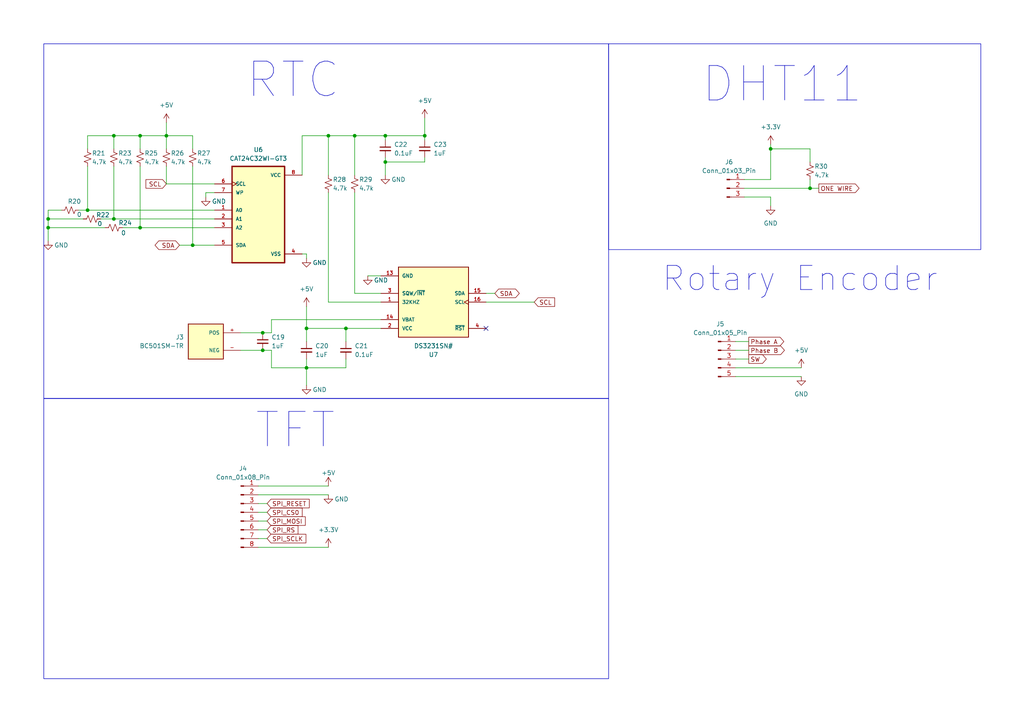
<source format=kicad_sch>
(kicad_sch (version 20230121) (generator eeschema)
  (paper "A4")
  (lib_symbols
    (symbol "BC501SM-TR:BC501SM-TR" (pin_names (offset 1.016))
      (property "Reference" "J" (at -5.08 5.08 0))
      (property "Value" "BC501SM-TR" (at -5.08 -7.62 0))
      (symbol "BC501SM-TR_0_0"
        (rectangle (start -5.08 -5.08) (end 5.08 5.08) (stroke (width 0.254)) (fill (type background)))
        (pin passive line (at -10.16 2.54 0) (length 5.08) (name "POS") (number "+"))
        (pin passive line (at -10.16 -2.54 0) (length 5.08) (name "NEG") (number "-"))
      )
    )
    (symbol "CAT24C32WI-GT3:CAT24C32WI-GT3" (pin_names (offset 1.016))
      (property "Reference" "U" (at -7.6205 12.7008 0))
      (property "Value" "CAT24C32WI-GT3" (at -7.5948 -17.755 0))
      (symbol "CAT24C32WI-GT3_0_0"
        (rectangle (start -7.62 -15.24) (end 7.62 12.7) (stroke (width 0.4064)) (fill (type background)))
        (pin input line (at -12.7 0 0) (length 5.08) (name "A0") (number "1"))
        (pin input line (at -12.7 -2.54 0) (length 5.08) (name "A1") (number "2"))
        (pin input line (at -12.7 -5.08 0) (length 5.08) (name "A2") (number "3"))
        (pin passive line (at 12.7 -12.7 180) (length 5.08) (name "VSS") (number "4"))
        (pin bidirectional line (at -12.7 -10.16 0) (length 5.08) (name "SDA") (number "5"))
        (pin input clock (at -12.7 7.62 0) (length 5.08) (name "SCL") (number "6"))
        (pin input line (at -12.7 5.08 0) (length 5.08) (name "WP") (number "7"))
        (pin power_in line (at 12.7 10.16 180) (length 5.08) (name "VCC") (number "8"))
      )
    )
    (symbol "Connector:Conn_01x03_Pin" (pin_names (offset 1.016) hide)
      (property "Reference" "J" (at 0 5.08 0))
      (property "Value" "Conn_01x03_Pin" (at 0 -5.08 0))
      (symbol "Conn_01x03_Pin_1_1"
        (polyline (pts (xy 1.27 -2.54) (xy 0.8636 -2.54)) (stroke (width 0.1524)))
        (polyline (pts (xy 1.27 0) (xy 0.8636 0)) (stroke (width 0.1524)))
        (polyline (pts (xy 1.27 2.54) (xy 0.8636 2.54)) (stroke (width 0.1524)))
        (rectangle (start 0.8636 -2.413) (end 0 -2.667) (stroke (width 0.1524)) (fill (type outline)))
        (rectangle (start 0.8636 0.127) (end 0 -0.127) (stroke (width 0.1524)) (fill (type outline)))
        (rectangle (start 0.8636 2.667) (end 0 2.413) (stroke (width 0.1524)) (fill (type outline)))
        (pin passive line (at 5.08 2.54 180) (length 3.81) (name "Pin_1") (number "1"))
        (pin passive line (at 5.08 0 180) (length 3.81) (name "Pin_2") (number "2"))
        (pin passive line (at 5.08 -2.54 180) (length 3.81) (name "Pin_3") (number "3"))
      )
    )
    (symbol "Connector:Conn_01x05_Pin" (pin_names (offset 1.016) hide)
      (property "Reference" "J" (at 0 7.62 0))
      (property "Value" "Conn_01x05_Pin" (at 0 -7.62 0))
      (symbol "Conn_01x05_Pin_1_1"
        (polyline (pts (xy 1.27 -5.08) (xy 0.8636 -5.08)) (stroke (width 0.1524)))
        (polyline (pts (xy 1.27 -2.54) (xy 0.8636 -2.54)) (stroke (width 0.1524)))
        (polyline (pts (xy 1.27 0) (xy 0.8636 0)) (stroke (width 0.1524)))
        (polyline (pts (xy 1.27 2.54) (xy 0.8636 2.54)) (stroke (width 0.1524)))
        (polyline (pts (xy 1.27 5.08) (xy 0.8636 5.08)) (stroke (width 0.1524)))
        (rectangle (start 0.8636 -4.953) (end 0 -5.207) (stroke (width 0.1524)) (fill (type outline)))
        (rectangle (start 0.8636 -2.413) (end 0 -2.667) (stroke (width 0.1524)) (fill (type outline)))
        (rectangle (start 0.8636 0.127) (end 0 -0.127) (stroke (width 0.1524)) (fill (type outline)))
        (rectangle (start 0.8636 2.667) (end 0 2.413) (stroke (width 0.1524)) (fill (type outline)))
        (rectangle (start 0.8636 5.207) (end 0 4.953) (stroke (width 0.1524)) (fill (type outline)))
        (pin passive line (at 5.08 5.08 180) (length 3.81) (name "Pin_1") (number "1"))
        (pin passive line (at 5.08 2.54 180) (length 3.81) (name "Pin_2") (number "2"))
        (pin passive line (at 5.08 0 180) (length 3.81) (name "Pin_3") (number "3"))
        (pin passive line (at 5.08 -2.54 180) (length 3.81) (name "Pin_4") (number "4"))
        (pin passive line (at 5.08 -5.08 180) (length 3.81) (name "Pin_5") (number "5"))
      )
    )
    (symbol "Connector:Conn_01x08_Pin" (pin_names (offset 1.016) hide)
      (property "Reference" "J" (at 0 10.16 0))
      (property "Value" "Conn_01x08_Pin" (at 0 -12.7 0))
      (symbol "Conn_01x08_Pin_1_1"
        (polyline (pts (xy 1.27 -10.16) (xy 0.8636 -10.16)) (stroke (width 0.1524)))
        (polyline (pts (xy 1.27 -7.62) (xy 0.8636 -7.62)) (stroke (width 0.1524)))
        (polyline (pts (xy 1.27 -5.08) (xy 0.8636 -5.08)) (stroke (width 0.1524)))
        (polyline (pts (xy 1.27 -2.54) (xy 0.8636 -2.54)) (stroke (width 0.1524)))
        (polyline (pts (xy 1.27 0) (xy 0.8636 0)) (stroke (width 0.1524)))
        (polyline (pts (xy 1.27 2.54) (xy 0.8636 2.54)) (stroke (width 0.1524)))
        (polyline (pts (xy 1.27 5.08) (xy 0.8636 5.08)) (stroke (width 0.1524)))
        (polyline (pts (xy 1.27 7.62) (xy 0.8636 7.62)) (stroke (width 0.1524)))
        (rectangle (start 0.8636 -10.033) (end 0 -10.287) (stroke (width 0.1524)) (fill (type outline)))
        (rectangle (start 0.8636 -7.493) (end 0 -7.747) (stroke (width 0.1524)) (fill (type outline)))
        (rectangle (start 0.8636 -4.953) (end 0 -5.207) (stroke (width 0.1524)) (fill (type outline)))
        (rectangle (start 0.8636 -2.413) (end 0 -2.667) (stroke (width 0.1524)) (fill (type outline)))
        (rectangle (start 0.8636 0.127) (end 0 -0.127) (stroke (width 0.1524)) (fill (type outline)))
        (rectangle (start 0.8636 2.667) (end 0 2.413) (stroke (width 0.1524)) (fill (type outline)))
        (rectangle (start 0.8636 5.207) (end 0 4.953) (stroke (width 0.1524)) (fill (type outline)))
        (rectangle (start 0.8636 7.747) (end 0 7.493) (stroke (width 0.1524)) (fill (type outline)))
        (pin passive line (at 5.08 7.62 180) (length 3.81) (name "Pin_1") (number "1"))
        (pin passive line (at 5.08 5.08 180) (length 3.81) (name "Pin_2") (number "2"))
        (pin passive line (at 5.08 2.54 180) (length 3.81) (name "Pin_3") (number "3"))
        (pin passive line (at 5.08 0 180) (length 3.81) (name "Pin_4") (number "4"))
        (pin passive line (at 5.08 -2.54 180) (length 3.81) (name "Pin_5") (number "5"))
        (pin passive line (at 5.08 -5.08 180) (length 3.81) (name "Pin_6") (number "6"))
        (pin passive line (at 5.08 -7.62 180) (length 3.81) (name "Pin_7") (number "7"))
        (pin passive line (at 5.08 -10.16 180) (length 3.81) (name "Pin_8") (number "8"))
      )
    )
    (symbol "DS3231SN_:DS3231SN#" (pin_names (offset 1.016))
      (property "Reference" "U" (at -9.9423 11.2169 0))
      (property "Value" "DS3231SN#" (at -10.1746 -12.7182 0))
      (symbol "DS3231SN#_0_0"
        (rectangle (start -10.16 -10.16) (end 10.16 10.16) (stroke (width 0.254)) (fill (type background)))
        (pin output line (at 15.24 0 180) (length 5.08) (name "32KHZ") (number "1"))
        (pin power_in line (at 15.24 -7.62 180) (length 5.08) (name "GND") (number "13"))
        (pin power_in line (at 15.24 5.08 180) (length 5.08) (name "VBAT") (number "14"))
        (pin bidirectional line (at -15.24 -2.54 0) (length 5.08) (name "SDA") (number "15"))
        (pin input clock (at -15.24 0 0) (length 5.08) (name "SCL") (number "16"))
        (pin power_in line (at 15.24 7.62 180) (length 5.08) (name "VCC") (number "2"))
        (pin output line (at 15.24 -2.54 180) (length 5.08) (name "SQW/~{INT}") (number "3"))
        (pin input line (at -15.24 7.62 0) (length 5.08) (name "~{RST}") (number "4"))
      )
    )
    (symbol "Device:C_Small" (pin_numbers hide) (pin_names (offset 0.254) hide)
      (property "Reference" "C" (at 0.254 1.778 0))
      (property "Value" "C_Small" (at 0.254 -2.032 0))
      (symbol "C_Small_0_1"
        (polyline (pts (xy -1.524 -0.508) (xy 1.524 -0.508)) (stroke (width 0.3302)))
        (polyline (pts (xy -1.524 0.508) (xy 1.524 0.508)) (stroke (width 0.3048)))
      )
      (symbol "C_Small_1_1"
        (pin passive line (at 0 2.54 270) (length 2.032) (name "~") (number "1"))
        (pin passive line (at 0 -2.54 90) (length 2.032) (name "~") (number "2"))
      )
    )
    (symbol "Device:R_Small_US" (pin_numbers hide) (pin_names (offset 0.254) hide)
      (property "Reference" "R" (at 0.762 0.508 0))
      (property "Value" "R_Small_US" (at 0.762 -1.016 0))
      (symbol "R_Small_US_1_1"
        (polyline (pts (xy 0 0) (xy 1.016 -0.381) (xy 0 -0.762) (xy -1.016 -1.143) (xy 0 -1.524)))
        (polyline (pts (xy 0 1.524) (xy 1.016 1.143) (xy 0 0.762) (xy -1.016 0.381) (xy 0 0)))
        (pin passive line (at 0 2.54 270) (length 1.016) (name "~") (number "1"))
        (pin passive line (at 0 -2.54 90) (length 1.016) (name "~") (number "2"))
      )
    )
    (symbol "power:+3.3V" (power) (pin_names (offset 0))
      (property "Value" "+3.3V" (at 0 3.556 0))
      (symbol "+3.3V_0_1"
        (polyline (pts (xy -0.762 1.27) (xy 0 2.54)))
        (polyline (pts (xy 0 0) (xy 0 2.54)))
        (polyline (pts (xy 0 2.54) (xy 0.762 1.27)))
      )
      (symbol "+3.3V_1_1"
        (pin power_in line (at 0 0 90) (length 0) hide (name "+3.3V") (number "1"))
      )
    )
    (symbol "power:+5V" (power) (pin_names (offset 0))
      (property "Value" "+5V" (at 0 3.556 0))
      (symbol "+5V_0_1"
        (polyline (pts (xy -0.762 1.27) (xy 0 2.54)))
        (polyline (pts (xy 0 0) (xy 0 2.54)))
        (polyline (pts (xy 0 2.54) (xy 0.762 1.27)))
      )
      (symbol "+5V_1_1"
        (pin power_in line (at 0 0 90) (length 0) hide (name "+5V") (number "1"))
      )
    )
    (symbol "power:GND" (power) (pin_names (offset 0))
      (property "Value" "GND" (at 0 -3.81 0))
      (symbol "GND_0_1"
        (polyline (pts (xy 0 0) (xy 0 -1.27) (xy 1.27 -1.27) (xy 0 -2.54) (xy -1.27 -1.27) (xy 0 -1.27)))
      )
      (symbol "GND_1_1"
        (pin power_in line (at 0 0 270) (length 0) hide (name "GND") (number "1"))
      )
    )
  )
  (junction (at 33.02 63.5))
  (junction (at 33.02 39.37))
  (junction (at 13.97 63.5))
  (junction (at 223.52 43.18))
  (junction (at 95.25 39.37))
  (junction (at 40.64 39.37))
  (junction (at 13.97 66.04))
  (junction (at 102.87 39.37))
  (junction (at 88.9 106.68))
  (junction (at 48.26 39.37))
  (junction (at 76.2 96.52))
  (junction (at 123.19 39.37))
  (junction (at 111.76 39.37))
  (junction (at 40.64 66.04))
  (junction (at 111.76 46.99))
  (junction (at 55.88 71.12))
  (junction (at 234.95 54.61))
  (junction (at 25.4 60.96))
  (junction (at 100.33 95.25))
  (junction (at 76.2 101.6))
  (junction (at 88.9 95.25))
  (no_connect (at 140.97 95.25))
  (wire (pts (xy 78.74 106.68) (xy 88.9 106.68)))
  (wire (pts (xy 88.9 104.14) (xy 88.9 106.68)))
  (wire (pts (xy 100.33 95.25) (xy 110.49 95.25)))
  (wire (pts (xy 74.93 158.75) (xy 95.25 158.75)))
  (wire (pts (xy 102.87 39.37) (xy 111.76 39.37)))
  (wire (pts (xy 40.64 48.26) (xy 40.64 66.04)))
  (wire (pts (xy 62.23 55.88) (xy 59.69 55.88)))
  (wire (pts (xy 78.74 101.6) (xy 78.74 106.68)))
  (wire (pts (xy 13.97 66.04) (xy 13.97 69.85)))
  (wire (pts (xy 33.02 63.5) (xy 62.23 63.5)))
  (wire (pts (xy 74.93 146.05) (xy 77.47 146.05)))
  (wire (pts (xy 140.97 85.09) (xy 143.51 85.09)))
  (wire (pts (xy 48.26 43.18) (xy 48.26 39.37)))
  (wire (pts (xy 213.36 99.06) (xy 217.17 99.06)))
  (wire (pts (xy 25.4 60.96) (xy 25.4 48.26)))
  (wire (pts (xy 78.74 96.52) (xy 78.74 92.71)))
  (wire (pts (xy 13.97 63.5) (xy 24.13 63.5)))
  (wire (pts (xy 76.2 96.52) (xy 78.74 96.52)))
  (wire (pts (xy 87.63 73.66) (xy 88.9 73.66)))
  (wire (pts (xy 40.64 39.37) (xy 48.26 39.37)))
  (wire (pts (xy 74.93 153.67) (xy 77.47 153.67)))
  (wire (pts (xy 13.97 63.5) (xy 13.97 66.04)))
  (wire (pts (xy 48.26 53.34) (xy 62.23 53.34)))
  (wire (pts (xy 100.33 95.25) (xy 100.33 99.06)))
  (wire (pts (xy 55.88 43.18) (xy 55.88 39.37)))
  (wire (pts (xy 69.85 96.52) (xy 76.2 96.52)))
  (wire (pts (xy 74.93 148.59) (xy 77.47 148.59)))
  (wire (pts (xy 40.64 39.37) (xy 40.64 43.18)))
  (wire (pts (xy 48.26 35.56) (xy 48.26 39.37)))
  (wire (pts (xy 25.4 60.96) (xy 62.23 60.96)))
  (wire (pts (xy 213.36 106.68) (xy 232.41 106.68)))
  (wire (pts (xy 140.97 87.63) (xy 154.94 87.63)))
  (wire (pts (xy 213.36 101.6) (xy 217.17 101.6)))
  (wire (pts (xy 223.52 57.15) (xy 223.52 59.69)))
  (wire (pts (xy 88.9 88.9) (xy 88.9 95.25)))
  (wire (pts (xy 33.02 39.37) (xy 25.4 39.37)))
  (wire (pts (xy 234.95 54.61) (xy 234.95 52.07)))
  (wire (pts (xy 88.9 73.66) (xy 88.9 74.93)))
  (wire (pts (xy 95.25 87.63) (xy 110.49 87.63)))
  (wire (pts (xy 102.87 55.88) (xy 102.87 85.09)))
  (wire (pts (xy 215.9 54.61) (xy 234.95 54.61)))
  (wire (pts (xy 88.9 95.25) (xy 100.33 95.25)))
  (wire (pts (xy 33.02 39.37) (xy 33.02 43.18)))
  (wire (pts (xy 22.86 60.96) (xy 25.4 60.96)))
  (wire (pts (xy 78.74 92.71) (xy 110.49 92.71)))
  (wire (pts (xy 111.76 46.99) (xy 123.19 46.99)))
  (wire (pts (xy 69.85 101.6) (xy 76.2 101.6)))
  (wire (pts (xy 234.95 54.61) (xy 237.49 54.61)))
  (wire (pts (xy 100.33 104.14) (xy 100.33 106.68)))
  (wire (pts (xy 234.95 46.99) (xy 234.95 43.18)))
  (wire (pts (xy 40.64 66.04) (xy 62.23 66.04)))
  (wire (pts (xy 13.97 66.04) (xy 30.48 66.04)))
  (wire (pts (xy 55.88 71.12) (xy 62.23 71.12)))
  (wire (pts (xy 13.97 60.96) (xy 13.97 63.5)))
  (wire (pts (xy 33.02 48.26) (xy 33.02 63.5)))
  (wire (pts (xy 88.9 95.25) (xy 88.9 99.06)))
  (wire (pts (xy 123.19 40.64) (xy 123.19 39.37)))
  (wire (pts (xy 76.2 101.6) (xy 78.74 101.6)))
  (wire (pts (xy 55.88 48.26) (xy 55.88 71.12)))
  (wire (pts (xy 95.25 39.37) (xy 95.25 50.8)))
  (wire (pts (xy 123.19 45.72) (xy 123.19 46.99)))
  (wire (pts (xy 234.95 43.18) (xy 223.52 43.18)))
  (wire (pts (xy 52.07 71.12) (xy 55.88 71.12)))
  (wire (pts (xy 25.4 43.18) (xy 25.4 39.37)))
  (wire (pts (xy 87.63 39.37) (xy 87.63 50.8)))
  (wire (pts (xy 215.9 57.15) (xy 223.52 57.15)))
  (wire (pts (xy 215.9 52.07) (xy 223.52 52.07)))
  (wire (pts (xy 111.76 45.72) (xy 111.76 46.99)))
  (wire (pts (xy 123.19 34.29) (xy 123.19 39.37)))
  (wire (pts (xy 48.26 39.37) (xy 55.88 39.37)))
  (wire (pts (xy 74.93 156.21) (xy 77.47 156.21)))
  (wire (pts (xy 95.25 39.37) (xy 102.87 39.37)))
  (wire (pts (xy 106.68 80.01) (xy 110.49 80.01)))
  (wire (pts (xy 102.87 85.09) (xy 110.49 85.09)))
  (wire (pts (xy 102.87 50.8) (xy 102.87 39.37)))
  (wire (pts (xy 74.93 151.13) (xy 77.47 151.13)))
  (wire (pts (xy 88.9 106.68) (xy 88.9 111.76)))
  (wire (pts (xy 111.76 40.64) (xy 111.76 39.37)))
  (wire (pts (xy 223.52 41.91) (xy 223.52 43.18)))
  (wire (pts (xy 213.36 109.22) (xy 232.41 109.22)))
  (wire (pts (xy 88.9 106.68) (xy 100.33 106.68)))
  (wire (pts (xy 87.63 39.37) (xy 95.25 39.37)))
  (wire (pts (xy 17.78 60.96) (xy 13.97 60.96)))
  (wire (pts (xy 111.76 39.37) (xy 123.19 39.37)))
  (wire (pts (xy 223.52 43.18) (xy 223.52 52.07)))
  (wire (pts (xy 29.21 63.5) (xy 33.02 63.5)))
  (wire (pts (xy 48.26 48.26) (xy 48.26 53.34)))
  (wire (pts (xy 59.69 55.88) (xy 59.69 57.15)))
  (wire (pts (xy 35.56 66.04) (xy 40.64 66.04)))
  (wire (pts (xy 95.25 55.88) (xy 95.25 87.63)))
  (wire (pts (xy 213.36 104.14) (xy 217.17 104.14)))
  (wire (pts (xy 111.76 46.99) (xy 111.76 50.8)))
  (wire (pts (xy 74.93 140.97) (xy 95.25 140.97)))
  (wire (pts (xy 74.93 143.51) (xy 95.25 143.51)))
  (wire (pts (xy 33.02 39.37) (xy 40.64 39.37)))
  (rectangle (start 176.53 12.7) (end 284.48 72.39))
  (rectangle (start 12.7 115.57) (end 176.53 196.85))
  (rectangle (start 12.7 12.7) (end 176.53 115.57))
  (text "TFT\n" (at 73.66 130.81 0) (effects (font (size 10 10)) (justify left bottom)))
  (text "DHT11\n" (at 203.2 30.48 0) (effects (font (size 10 10)) (justify left bottom)))
  (text "RTC" (at 71.12 29.21 0) (effects (font (size 10 10)) (justify left bottom)))
  (text "Rotary Encoder\n" (at 191.77 85.09 0) (effects (font (size 7 7)) (justify left bottom)))
  (global_label "SPI_CS0" (shape input) (at 77.47 148.59 0) (property "Intersheetrefs" "${INTERSHEET_REFS}" (effects hide)))
  (global_label "SDA" (shape bidirectional) (at 143.51 85.09 0) (property "Intersheetrefs" "${INTERSHEET_REFS}" (effects hide)))
  (global_label "ONE WIRE" (shape output) (at 237.49 54.61 0) (property "Intersheetrefs" "${INTERSHEET_REFS}" (effects hide)))
  (global_label "SPI_SCLK" (shape input) (at 77.47 156.21 0) (property "Intersheetrefs" "${INTERSHEET_REFS}" (effects hide)))
  (global_label "SPI_RS" (shape input) (at 77.47 153.67 0) (property "Intersheetrefs" "${INTERSHEET_REFS}" (effects hide)))
  (global_label "SPI_MOSI" (shape input) (at 77.47 151.13 0) (property "Intersheetrefs" "${INTERSHEET_REFS}" (effects hide)))
  (global_label "SW" (shape output) (at 217.17 104.14 0) (property "Intersheetrefs" "${INTERSHEET_REFS}" (effects hide)))
  (global_label "Phase A" (shape output) (at 217.17 99.06 0) (property "Intersheetrefs" "${INTERSHEET_REFS}" (effects hide)))
  (global_label "SPI_RESET" (shape input) (at 77.47 146.05 0) (property "Intersheetrefs" "${INTERSHEET_REFS}" (effects hide)))
  (global_label "SCL" (shape input) (at 154.94 87.63 0) (property "Intersheetrefs" "${INTERSHEET_REFS}" (effects hide)))
  (global_label "Phase B" (shape output) (at 217.17 101.6 0) (property "Intersheetrefs" "${INTERSHEET_REFS}" (effects hide)))
  (global_label "SCL" (shape input) (at 48.26 53.34 180) (property "Intersheetrefs" "${INTERSHEET_REFS}" (effects hide)))
  (global_label "SDA" (shape bidirectional) (at 52.07 71.12 180) (property "Intersheetrefs" "${INTERSHEET_REFS}" (effects hide)))
  (symbol (lib_id "power:GND") (at 111.76 50.8 0) (unit 1)
    (property "Reference" "#PWR048" (effects hide))
    (property "Value" "GND" (at 115.57 52.07 0))
  )
  (symbol (lib_id "Device:R_Small_US") (at 95.25 53.34 0) (unit 1)
    (property "Reference" "R28" (at 96.52 52.07 0) (effects (justify left)))
    (property "Value" "4.7k" (at 96.52 54.61 0) (effects (justify left)))
    (property "Footprint" "Resistor_SMD:R_0805_2012Metric_Pad1.20x1.40mm_HandSolder" (effects hide))
  )
  (symbol (lib_id "Device:C_Small") (at 123.19 43.18 0) (unit 1)
    (property "Reference" "C23" (at 125.73 41.9163 0) (effects (justify left)))
    (property "Value" "1uF" (at 125.73 44.4563 0) (effects (justify left)))
    (property "Footprint" "Capacitor_SMD:C_0805_2012Metric_Pad1.18x1.45mm_HandSolder" (effects hide))
  )
  (symbol (lib_id "power:+3.3V") (at 223.52 41.91 0) (unit 1)
    (property "Reference" "#PWR050" (effects hide))
    (property "Value" "+3.3V" (at 223.52 36.83 0))
  )
  (symbol (lib_id "Device:R_Small_US") (at 25.4 45.72 0) (unit 1)
    (property "Reference" "R21" (at 26.67 44.45 0) (effects (justify left)))
    (property "Value" "4.7k" (at 26.67 46.99 0) (effects (justify left)))
    (property "Footprint" "Resistor_SMD:R_0805_2012Metric_Pad1.20x1.40mm_HandSolder" (effects hide))
  )
  (symbol (lib_id "Device:R_Small_US") (at 234.95 49.53 0) (unit 1)
    (property "Reference" "R30" (at 236.22 48.26 0) (effects (justify left)))
    (property "Value" "4.7k" (at 236.22 50.8 0) (effects (justify left)))
    (property "Footprint" "Resistor_SMD:R_0805_2012Metric_Pad1.20x1.40mm_HandSolder" (effects hide))
  )
  (symbol (lib_id "power:GND") (at 95.25 143.51 0) (unit 1)
    (property "Reference" "#PWR045" (effects hide))
    (property "Value" "GND" (at 99.06 144.78 0))
  )
  (symbol (lib_id "power:+5V") (at 95.25 140.97 0) (unit 1)
    (property "Reference" "#PWR044" (effects hide))
    (property "Value" "+5V" (at 95.25 137.16 0))
  )
  (symbol (lib_id "Device:R_Small_US") (at 33.02 66.04 90) (unit 1)
    (property "Reference" "R24" (at 36.322 64.643 90))
    (property "Value" "0" (at 35.814 67.564 90))
    (property "Footprint" "Resistor_SMD:R_0805_2012Metric_Pad1.20x1.40mm_HandSolder" (effects hide))
  )
  (symbol (lib_id "power:GND") (at 88.9 111.76 0) (unit 1)
    (property "Reference" "#PWR043" (effects hide))
    (property "Value" "GND" (at 92.71 113.03 0))
  )
  (symbol (lib_id "power:+5V") (at 48.26 35.56 0) (unit 1)
    (property "Reference" "#PWR039" (effects hide))
    (property "Value" "+5V" (at 48.26 30.48 0))
  )
  (symbol (lib_id "power:GND") (at 13.97 69.85 0) (unit 1)
    (property "Reference" "#PWR038" (effects hide))
    (property "Value" "GND" (at 17.78 71.12 0))
  )
  (symbol (lib_id "power:+5V") (at 232.41 106.68 0) (unit 1)
    (property "Reference" "#PWR052" (effects hide))
    (property "Value" "+5V" (at 232.41 101.6 0))
  )
  (symbol (lib_id "Device:R_Small_US") (at 26.67 63.5 90) (unit 1)
    (property "Reference" "R22" (at 29.845 62.357 90))
    (property "Value" "0" (at 28.956 64.897 90))
    (property "Footprint" "Resistor_SMD:R_0805_2012Metric_Pad1.20x1.40mm_HandSolder" (effects hide))
  )
  (symbol (lib_id "power:GND") (at 88.9 74.93 0) (unit 1)
    (property "Reference" "#PWR041" (effects hide))
    (property "Value" "GND" (at 92.71 76.2 0))
  )
  (symbol (lib_id "power:GND") (at 59.69 57.15 0) (unit 1)
    (property "Reference" "#PWR040" (effects hide))
    (property "Value" "GND" (at 63.5 58.42 0))
  )
  (symbol (lib_id "DS3231SN_:DS3231SN#") (at 125.73 87.63 180) (unit 1)
    (property "Reference" "U7" (at 125.73 102.87 0))
    (property "Value" "DS3231SN#" (at 125.73 100.33 0))
    (property "Footprint" "DS3231SN:DS3231SN" (effects hide))
    (property "MANUFACTURER" "Maxim Intergrated" (effects hide))
  )
  (symbol (lib_id "Connector:Conn_01x08_Pin") (at 69.85 148.59 0) (unit 1)
    (property "Reference" "J4" (at 70.485 135.89 0))
    (property "Value" "Conn_01x08_Pin" (at 70.485 138.43 0))
    (property "Footprint" "Connector_PinHeader_2.54mm:PinHeader_1x08_P2.54mm_Vertical" (effects hide))
  )
  (symbol (lib_id "Device:R_Small_US") (at 102.87 53.34 0) (unit 1)
    (property "Reference" "R29" (at 104.14 52.07 0) (effects (justify left)))
    (property "Value" "4.7k" (at 104.14 54.61 0) (effects (justify left)))
    (property "Footprint" "Resistor_SMD:R_0805_2012Metric_Pad1.20x1.40mm_HandSolder" (effects hide))
  )
  (symbol (lib_id "power:GND") (at 232.41 109.22 0) (unit 1)
    (property "Reference" "#PWR053" (effects hide))
    (property "Value" "GND" (at 232.41 114.3 0))
  )
  (symbol (lib_id "Device:R_Small_US") (at 55.88 45.72 0) (unit 1)
    (property "Reference" "R27" (at 57.15 44.45 0) (effects (justify left)))
    (property "Value" "4.7k" (at 57.15 46.99 0) (effects (justify left)))
    (property "Footprint" "Resistor_SMD:R_0805_2012Metric_Pad1.20x1.40mm_HandSolder" (effects hide))
  )
  (symbol (lib_id "Connector:Conn_01x03_Pin") (at 210.82 54.61 0) (unit 1)
    (property "Reference" "J6" (at 211.455 46.99 0))
    (property "Value" "Conn_01x03_Pin" (at 211.455 49.53 0))
    (property "Footprint" "Connector_PinHeader_2.54mm:PinHeader_1x03_P2.54mm_Vertical" (effects hide))
  )
  (symbol (lib_id "power:+5V") (at 123.19 34.29 0) (unit 1)
    (property "Reference" "#PWR049" (effects hide))
    (property "Value" "+5V" (at 123.19 29.21 0))
  )
  (symbol (lib_id "Device:R_Small_US") (at 48.26 45.72 0) (unit 1)
    (property "Reference" "R26" (at 49.53 44.45 0) (effects (justify left)))
    (property "Value" "4.7k" (at 49.53 46.99 0) (effects (justify left)))
    (property "Footprint" "Resistor_SMD:R_0805_2012Metric_Pad1.20x1.40mm_HandSolder" (effects hide))
  )
  (symbol (lib_id "CAT24C32WI-GT3:CAT24C32WI-GT3") (at 74.93 60.96 0) (unit 1)
    (property "Reference" "U6" (at 74.93 43.434 0))
    (property "Value" "CAT24C32WI-GT3" (at 74.93 45.974 0))
    (property "Footprint" "CAT24C32WI-GT3:CAT24C32WI-GT3" (effects hide))
    (property "MANUFACTURER" "ON Semiconductor" (effects hide))
  )
  (symbol (lib_id "Device:R_Small_US") (at 20.32 60.96 90) (unit 1)
    (property "Reference" "R20" (at 21.59 58.42 90))
    (property "Value" "0" (at 22.987 62.23 90))
    (property "Footprint" "Resistor_SMD:R_0805_2012Metric_Pad1.20x1.40mm_HandSolder" (effects hide))
  )
  (symbol (lib_id "Connector:Conn_01x05_Pin") (at 208.28 104.14 0) (unit 1)
    (property "Reference" "J5" (at 208.915 93.98 0))
    (property "Value" "Conn_01x05_Pin" (at 208.915 96.52 0))
    (property "Footprint" "Connector_PinHeader_2.54mm:PinHeader_1x05_P2.54mm_Vertical" (effects hide))
  )
  (symbol (lib_id "Device:C_Small") (at 111.76 43.18 0) (unit 1)
    (property "Reference" "C22" (at 114.3 41.9163 0) (effects (justify left)))
    (property "Value" "0.1uF" (at 114.3 44.4563 0) (effects (justify left)))
    (property "Footprint" "Capacitor_SMD:C_0805_2012Metric_Pad1.18x1.45mm_HandSolder" (effects hide))
  )
  (symbol (lib_id "power:GND") (at 106.68 80.01 0) (unit 1)
    (property "Reference" "#PWR047" (effects hide))
    (property "Value" "GND" (at 110.49 81.28 0))
  )
  (symbol (lib_id "Device:C_Small") (at 88.9 101.6 0) (unit 1)
    (property "Reference" "C20" (at 91.44 100.3363 0) (effects (justify left)))
    (property "Value" "1uF" (at 91.44 102.8763 0) (effects (justify left)))
    (property "Footprint" "Capacitor_SMD:C_0805_2012Metric_Pad1.18x1.45mm_HandSolder" (effects hide))
  )
  (symbol (lib_id "power:+3.3V") (at 95.25 158.75 0) (unit 1)
    (property "Reference" "#PWR046" (effects hide))
    (property "Value" "+3.3V" (at 95.25 153.67 0))
  )
  (symbol (lib_id "Device:C_Small") (at 100.33 101.6 0) (unit 1)
    (property "Reference" "C21" (at 102.87 100.3363 0) (effects (justify left)))
    (property "Value" "0.1uF" (at 102.87 102.8763 0) (effects (justify left)))
    (property "Footprint" "Capacitor_SMD:C_0805_2012Metric_Pad1.18x1.45mm_HandSolder" (effects hide))
  )
  (symbol (lib_id "Device:C_Small") (at 76.2 99.06 0) (unit 1)
    (property "Reference" "C19" (at 78.74 97.7963 0) (effects (justify left)))
    (property "Value" "1uF" (at 78.74 100.3363 0) (effects (justify left)))
    (property "Footprint" "Capacitor_SMD:C_0805_2012Metric_Pad1.18x1.45mm_HandSolder" (effects hide))
  )
  (symbol (lib_id "Device:R_Small_US") (at 40.64 45.72 0) (unit 1)
    (property "Reference" "R25" (at 41.91 44.45 0) (effects (justify left)))
    (property "Value" "4.7k" (at 41.91 46.99 0) (effects (justify left)))
    (property "Footprint" "Resistor_SMD:R_0805_2012Metric_Pad1.20x1.40mm_HandSolder" (effects hide))
  )
  (symbol (lib_id "Device:R_Small_US") (at 33.02 45.72 0) (unit 1)
    (property "Reference" "R23" (at 34.29 44.45 0) (effects (justify left)))
    (property "Value" "4.7k" (at 34.29 46.99 0) (effects (justify left)))
    (property "Footprint" "Resistor_SMD:R_0805_2012Metric_Pad1.20x1.40mm_HandSolder" (effects hide))
  )
  (symbol (lib_id "power:+5V") (at 88.9 88.9 0) (unit 1)
    (property "Reference" "#PWR042" (effects hide))
    (property "Value" "+5V" (at 88.9 83.82 0))
  )
  (symbol (lib_id "BC501SM-TR:BC501SM-TR") (at 59.69 99.06 0) (mirror y) (unit 1)
    (property "Reference" "J3" (at 53.34 97.79 0) (effects (justify left)))
    (property "Value" "BC501SM-TR" (at 53.34 100.33 0) (effects (justify left)))
    (property "Footprint" "BC501SM:MPD_BC501SM-TR" (effects hide))
    (property "PARTREV" "H" (effects hide))
    (property "MANUFACTURER" "MEMORI PROTECTION DEVICES" (effects hide))
    (property "STANDARD" "Manufacturer Recommendations" (effects hide))
  )
  (symbol (lib_id "power:GND") (at 223.52 59.69 0) (unit 1)
    (property "Reference" "#PWR051" (effects hide))
    (property "Value" "GND" (at 223.52 64.77 0))
  )
)
</source>
